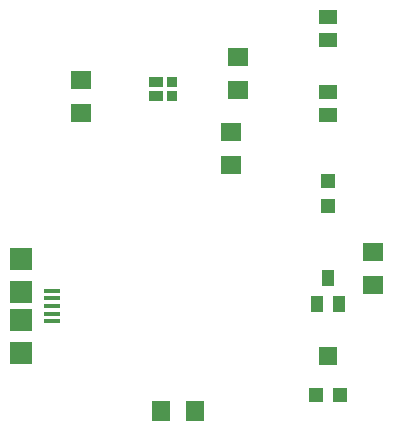
<source format=gbr>
G04 EAGLE Gerber RS-274X export*
G75*
%MOMM*%
%FSLAX34Y34*%
%LPD*%
%INSolderpaste Top*%
%IPPOS*%
%AMOC8*
5,1,8,0,0,1.08239X$1,22.5*%
G01*
%ADD10R,0.950000X0.850000*%
%ADD11R,1.150000X0.850000*%
%ADD12R,1.150000X0.970000*%
%ADD13R,0.950000X0.970000*%
%ADD14R,1.803000X1.600000*%
%ADD15R,1.800000X1.600000*%
%ADD16R,1.200000X1.200000*%
%ADD17R,1.600000X1.500000*%
%ADD18R,1.000000X1.400000*%
%ADD19R,1.500000X1.300000*%
%ADD20R,1.346200X0.381000*%
%ADD21R,1.900000X1.900000*%
%ADD22R,1.600000X1.803000*%


D10*
X146950Y349300D03*
D11*
X133450Y349300D03*
D12*
X133450Y361300D03*
D13*
X146950Y361300D03*
D14*
X203200Y382520D03*
X203200Y354080D03*
D15*
X69850Y335250D03*
X69850Y363250D03*
D16*
X269400Y96300D03*
X289400Y96300D03*
D17*
X279400Y128800D03*
D18*
X279400Y195150D03*
X288900Y173150D03*
X269900Y173150D03*
D16*
X279400Y256200D03*
X279400Y277200D03*
D19*
X279400Y333400D03*
X279400Y352400D03*
D20*
X45800Y184450D03*
X45800Y177950D03*
X45800Y171450D03*
X45800Y164950D03*
X45800Y158450D03*
D21*
X19050Y210950D03*
X19050Y183450D03*
X19050Y159450D03*
X19050Y131950D03*
D22*
X166620Y82550D03*
X138180Y82550D03*
D14*
X196850Y319020D03*
X196850Y290580D03*
X317500Y217420D03*
X317500Y188980D03*
D19*
X279400Y415900D03*
X279400Y396900D03*
M02*

</source>
